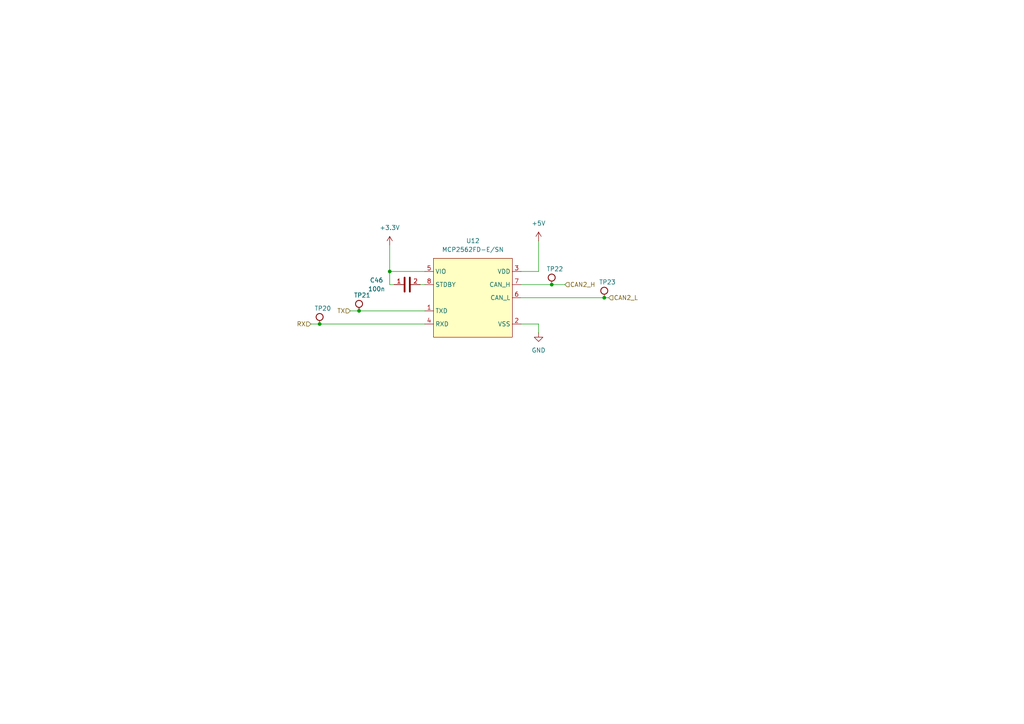
<source format=kicad_sch>
(kicad_sch (version 20250114) (generator "eeschema") (generator_version "9.0")
  (paper "A4")
  (lib_symbols
    (symbol ".Test-Point:RH-5015" (pin_numbers (hide yes)) (pin_names (hide yes))
      (property "Reference" "TP" (at 0 -15.24 0))
      (property "Value" "RH-5015" (at 0 -11.43 0))
      (symbol "RH-5015_1_1"
        (circle (center 0 2.032) (radius 1.016) (stroke (width 0.254)))
        (pin passive line (at 0 0 90) (length 0.9906) (name "1") (number "1"))
      )
    )
    (symbol "BFR Capacitors:06035C104KAT2A"
      (property "Reference" "C" (at 0 2.54 0))
      (property "Value" "100n" (at 1.27 2.54 0))
      (symbol "06035C104KAT2A_0_1"
        (polyline (pts (xy -2.032 0.762) (xy 2.032 0.762)) (stroke (width 0.508)))
        (polyline (pts (xy -2.032 -0.762) (xy 2.032 -0.762)) (stroke (width 0.508)))
      )
      (symbol "06035C104KAT2A_1_1"
        (pin passive line (at 0 3.81 270) (length 2.794) (name "~") (number "1"))
        (pin passive line (at 0 -3.81 90) (length 2.794) (name "~") (number "2"))
      )
    )
    (symbol "MCP2562-CAN_Transceiver:MCP2562-E/SN"
      (property "Reference" "U" (at 0 0 0))
      (property "Value" "MCP2562 E/SN" (at 0.254 -2.032 0))
      (symbol "MCP2562-E/SN_1_1"
        (rectangle (start -11.43 -3.81) (end 11.43 -26.67) (fill (type color) (color 255 255 195 1)))
        (pin input line (at -13.97 -7.62 0) (length 2.54) (name "VIO") (number "5"))
        (pin input line (at -13.97 -11.43 0) (length 2.54) (name "STDBY") (number "8"))
        (pin input line (at -13.97 -19.05 0) (length 2.54) (name "TXD") (number "1"))
        (pin input line (at -13.97 -22.86 0) (length 2.54) (name "RXD") (number "4"))
        (pin input line (at 13.97 -7.62 180) (length 2.54) (name "VDD") (number "3"))
        (pin input line (at 13.97 -11.43 180) (length 2.54) (name "CAN_H") (number "7"))
        (pin input line (at 13.97 -15.24 180) (length 2.54) (name "CAN_L") (number "6"))
        (pin input line (at 13.97 -22.86 180) (length 2.54) (name "VSS") (number "2"))
      )
    )
    (symbol "power:+3.3V" (power) (pin_numbers (hide yes)) (pin_names (offset 0) (hide yes))
      (property "Value" "+3.3V" (at 0 3.556 0))
      (symbol "+3.3V_0_1"
        (polyline (pts (xy -0.762 1.27) (xy 0 2.54)))
        (polyline (pts (xy 0 2.54) (xy 0.762 1.27)))
        (polyline (pts (xy 0 0) (xy 0 2.54)))
      )
      (symbol "+3.3V_1_1"
        (pin power_in line (at 0 0 90) (length 0) (name "~") (number "1"))
      )
    )
    (symbol "power:+5V" (power) (pin_numbers (hide yes)) (pin_names (offset 0) (hide yes))
      (property "Value" "+5V" (at 0 3.556 0))
      (symbol "+5V_0_1"
        (polyline (pts (xy -0.762 1.27) (xy 0 2.54)))
        (polyline (pts (xy 0 2.54) (xy 0.762 1.27)))
        (polyline (pts (xy 0 0) (xy 0 2.54)))
      )
      (symbol "+5V_1_1"
        (pin power_in line (at 0 0 90) (length 0) (name "~") (number "1"))
      )
    )
    (symbol "power:GND" (power) (pin_numbers (hide yes)) (pin_names (offset 0) (hide yes))
      (property "Value" "GND" (at 0 -3.81 0))
      (symbol "GND_0_1"
        (polyline (pts (xy 0 0) (xy 0 -1.27) (xy 1.27 -1.27) (xy 0 -2.54) (xy -1.27 -1.27) (xy 0 -1.27)))
      )
      (symbol "GND_1_1"
        (pin power_in line (at 0 0 270) (length 0) (name "~") (number "1"))
      )
    )
  )
  (junction (at 113.03 78.74))
  (junction (at 104.14 90.17))
  (junction (at 175.26 86.36))
  (junction (at 160.02 82.55))
  (junction (at 92.71 93.98))
  (wire (pts (xy 113.03 78.74) (xy 123.19 78.74)))
  (wire (pts (xy 156.21 78.74) (xy 151.13 78.74)))
  (wire (pts (xy 113.03 82.55) (xy 113.03 78.74)))
  (wire (pts (xy 156.21 93.98) (xy 156.21 96.52)))
  (wire (pts (xy 160.02 82.55) (xy 163.83 82.55)))
  (wire (pts (xy 92.71 93.98) (xy 123.19 93.98)))
  (wire (pts (xy 104.14 90.17) (xy 123.19 90.17)))
  (wire (pts (xy 156.21 69.85) (xy 156.21 78.74)))
  (wire (pts (xy 113.03 71.12) (xy 113.03 78.74)))
  (wire (pts (xy 90.17 93.98) (xy 92.71 93.98)))
  (wire (pts (xy 151.13 86.36) (xy 175.26 86.36)))
  (wire (pts (xy 175.26 86.36) (xy 176.53 86.36)))
  (wire (pts (xy 151.13 82.55) (xy 160.02 82.55)))
  (wire (pts (xy 121.92 82.55) (xy 123.19 82.55)))
  (wire (pts (xy 114.3 82.55) (xy 113.03 82.55)))
  (wire (pts (xy 101.6 90.17) (xy 104.14 90.17)))
  (wire (pts (xy 151.13 93.98) (xy 156.21 93.98)))
  (hierarchical_label "TX" (shape input) (at 101.6 90.17 180))
  (hierarchical_label "RX" (shape input) (at 90.17 93.98 180))
  (hierarchical_label "CAN2_L" (shape input) (at 176.53 86.36 0))
  (hierarchical_label "CAN2_H" (shape input) (at 163.83 82.55 0))
  (symbol (lib_id "power:GND") (at 156.21 96.52 0) (unit 1)
    (property "Reference" "#PWR080" (effects (hide yes)))
    (property "Value" "GND" (at 156.21 101.6 0))
    (property "Description" "Power symbol creates a global label with name \"GND\" , ground" (effects (hide yes)))
  )
  (symbol (lib_id "MCP2562-CAN_Transceiver:MCP2562-E/SN") (at 137.16 71.12 0) (unit 1)
    (property "Reference" "U12" (at 137.16 69.85 0))
    (property "Value" "MCP2562FD-E/SN" (at 137.16 72.39 0))
    (property "Footprint" "Package_SO:SOIC-8_3.9x4.9mm_P1.27mm" (effects (hide yes)))
    (property "Datasheet" "https://ww1.microchip.com/downloads/en/DeviceDoc/20005284A.pdf" (effects (hide yes)))
    (property "Mouser P/N" "579-MCP2562FD-E/SN " (effects (hide yes)))
    (property "LCSC P/N" " C124016" (effects (hide yes)))
  )
  (symbol (lib_id ".Test-Point:RH-5015") (at 175.26 86.36 0) (unit 1)
    (property "Reference" "TP23" (at 173.7368 81.1037 0) (effects (justify left top)))
    (property "Value" "RH-5015" (effects (hide yes)))
    (property "Footprint" "TestPoint:TestPoint_Keystone_5015_Micro_Mini" (effects (hide yes)))
    (property "Datasheet" "https://wmsc.lcsc.com/wmsc/upload/file/pdf/v2/lcsc/2310260935_ronghe-RH-5015_C5199798.pdf" (effects (hide yes)))
    (property "Description" "Surface-mount grabby test point" (effects (hide yes)))
    (property "Link" "https://jlcpcb.com/partdetail/Ronghe-RH5015/C5199798" (effects (hide yes)))
    (property "Digikey P/N" "36-5015CT-ND" (effects (hide yes)))
    (property "Mouser P/N" "534-5015" (effects (hide yes)))
    (property "LCSC P/N" "C5199798" (effects (hide yes)))
    (property "Manufacturer" "Ronghe" (effects (hide yes)))
    (property "Manufacturer P/N" "RH-5015" (effects (hide yes)))
    (property "LCSC Part #" "C5199798" (effects (hide yes)))
  )
  (symbol (lib_id "power:+5V") (at 156.21 69.85 0) (unit 1)
    (property "Reference" "#PWR079" (effects (hide yes)))
    (property "Value" "+5V" (at 156.21 64.77 0))
    (property "Description" "Power symbol creates a global label with name \"+5V\"" (effects (hide yes)))
  )
  (symbol (lib_id ".Test-Point:RH-5015") (at 92.71 93.98 0) (unit 1)
    (property "Reference" "TP20" (at 91.1868 88.7237 0) (effects (justify left top)))
    (property "Value" "RH-5015" (effects (hide yes)))
    (property "Footprint" "TestPoint:TestPoint_Keystone_5015_Micro_Mini" (effects (hide yes)))
    (property "Datasheet" "https://wmsc.lcsc.com/wmsc/upload/file/pdf/v2/lcsc/2310260935_ronghe-RH-5015_C5199798.pdf" (effects (hide yes)))
    (property "Description" "Surface-mount grabby test point" (effects (hide yes)))
    (property "Link" "https://jlcpcb.com/partdetail/Ronghe-RH5015/C5199798" (effects (hide yes)))
    (property "Digikey P/N" "36-5015CT-ND" (effects (hide yes)))
    (property "Mouser P/N" "534-5015" (effects (hide yes)))
    (property "LCSC P/N" "C5199798" (effects (hide yes)))
    (property "Manufacturer" "Ronghe" (effects (hide yes)))
    (property "Manufacturer P/N" "RH-5015" (effects (hide yes)))
    (property "LCSC Part #" "C5199798" (effects (hide yes)))
  )
  (symbol (lib_id "power:+3.3V") (at 113.03 71.12 0) (unit 1)
    (property "Reference" "#PWR078" (effects (hide yes)))
    (property "Value" "+3.3V" (at 113.03 66.04 0))
    (property "Description" "Power symbol creates a global label with name \"+3.3V\"" (effects (hide yes)))
  )
  (symbol (lib_id "BFR Capacitors:06035C104KAT2A") (at 118.11 82.55 90) (unit 1)
    (property "Reference" "C46" (at 109.22 81.28 90))
    (property "Value" "100n" (at 109.22 83.82 90))
    (property "Footprint" "Capacitor_SMD:C_0603_1608Metric_Pad1.08x0.95mm_HandSolder" (effects (hide yes)))
    (property "Description" "100nF±10% X7R 16V JLCPCB Basic 0603 Capacitor" (effects (hide yes)))
    (property "Sim.Device" "SUBCKT" (effects (hide yes)))
    (property "Sim.Pins" "1=P1 2=P2" (effects (hide yes)))
    (property "Sim.Library" "${BFRUH_DIR}/Electronics/spice_models/bfr_capacitors/06035C104KAT2A.lib" (effects (hide yes)))
    (property "Sim.Name" "06035C104KAT2A" (effects (hide yes)))
    (property "Pretty Name" "100nF 16V 0603 Capacitor" (effects (hide yes)))
    (property "Order From" "LCSC" (effects (hide yes)))
    (property "Digikey P/N" "478-KGM15BR71H104KTCT-ND" (effects (hide yes)))
    (property "Mouser P/N" "581-06035C104KAT2A" (effects (hide yes)))
    (property "LCSC P/N" "C14663" (effects (hide yes)))
    (property "JLCPCB Basic Part" "Yes" (effects (hide yes)))
    (property "Created by" "capacitor_generator.py script using capacitor_bible_spec.txt" (effects (hide yes)))
  )
  (symbol (lib_id ".Test-Point:RH-5015") (at 160.02 82.55 0) (unit 1)
    (property "Reference" "TP22" (at 158.4968 77.2937 0) (effects (justify left top)))
    (property "Value" "RH-5015" (effects (hide yes)))
    (property "Footprint" "TestPoint:TestPoint_Keystone_5015_Micro_Mini" (effects (hide yes)))
    (property "Datasheet" "https://wmsc.lcsc.com/wmsc/upload/file/pdf/v2/lcsc/2310260935_ronghe-RH-5015_C5199798.pdf" (effects (hide yes)))
    (property "Description" "Surface-mount grabby test point" (effects (hide yes)))
    (property "Link" "https://jlcpcb.com/partdetail/Ronghe-RH5015/C5199798" (effects (hide yes)))
    (property "Digikey P/N" "36-5015CT-ND" (effects (hide yes)))
    (property "Mouser P/N" "534-5015" (effects (hide yes)))
    (property "LCSC P/N" "C5199798" (effects (hide yes)))
    (property "Manufacturer" "Ronghe" (effects (hide yes)))
    (property "Manufacturer P/N" "RH-5015" (effects (hide yes)))
    (property "LCSC Part #" "C5199798" (effects (hide yes)))
  )
  (symbol (lib_id ".Test-Point:RH-5015") (at 104.14 90.17 0) (unit 1)
    (property "Reference" "TP21" (at 102.6168 84.9137 0) (effects (justify left top)))
    (property "Value" "RH-5015" (effects (hide yes)))
    (property "Footprint" "TestPoint:TestPoint_Keystone_5015_Micro_Mini" (effects (hide yes)))
    (property "Datasheet" "https://wmsc.lcsc.com/wmsc/upload/file/pdf/v2/lcsc/2310260935_ronghe-RH-5015_C5199798.pdf" (effects (hide yes)))
    (property "Description" "Surface-mount grabby test point" (effects (hide yes)))
    (property "Link" "https://jlcpcb.com/partdetail/Ronghe-RH5015/C5199798" (effects (hide yes)))
    (property "Digikey P/N" "36-5015CT-ND" (effects (hide yes)))
    (property "Mouser P/N" "534-5015" (effects (hide yes)))
    (property "LCSC P/N" "C5199798" (effects (hide yes)))
    (property "Manufacturer" "Ronghe" (effects (hide yes)))
    (property "Manufacturer P/N" "RH-5015" (effects (hide yes)))
    (property "LCSC Part #" "C5199798" (effects (hide yes)))
  )
)
</source>
